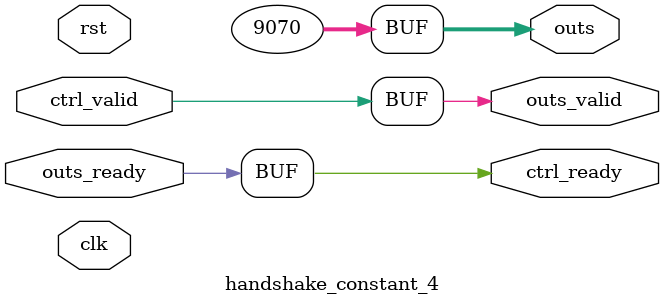
<source format=v>
`timescale 1ns / 1ps
module handshake_constant_4 #(
  parameter DATA_WIDTH = 32  // Default set to 32 bits
) (
  input                       clk,
  input                       rst,
  // Input Channel
  input                       ctrl_valid,
  output                      ctrl_ready,
  // Output Channel
  output [DATA_WIDTH - 1 : 0] outs,
  output                      outs_valid,
  input                       outs_ready
);
  assign outs       = 14'b10001101101110;
  assign outs_valid = ctrl_valid;
  assign ctrl_ready = outs_ready;

endmodule

</source>
